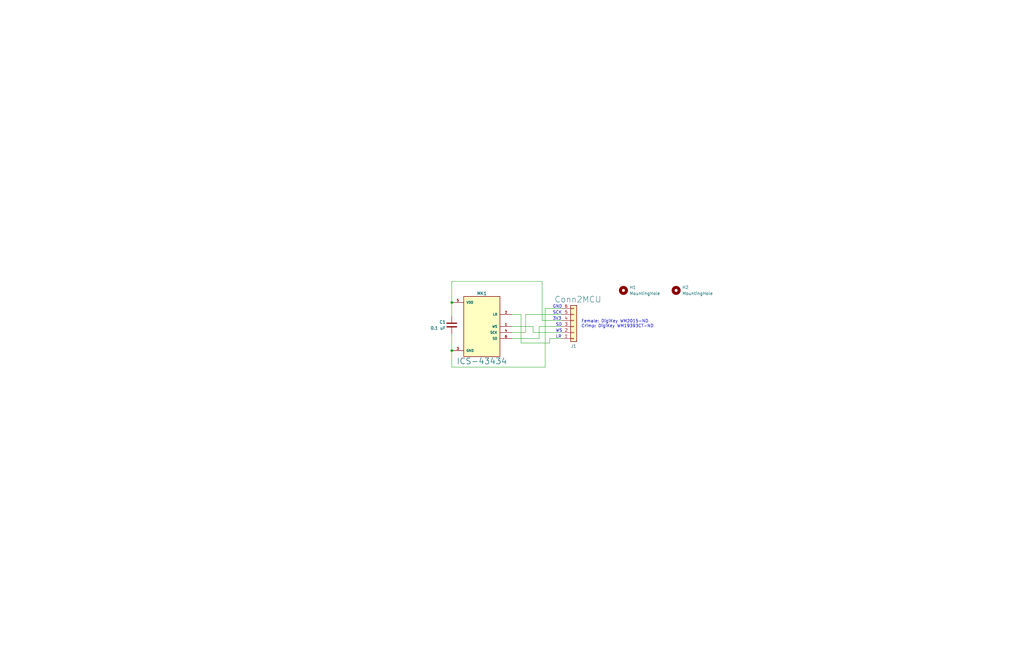
<source format=kicad_sch>
(kicad_sch (version 20230121) (generator eeschema)
  (paper "B")
  (title_block (title "Test sheet") (rev "0.1") (company "satomm@stanford.edu") (comment 1 "Department of Civil and Environmental Engineering") (comment 2 "Engineering Informatics Group") (comment 3 "Stanford University") (comment 4 "Matthew Sato"))
  (lib_symbols
    (symbol "Connector_Generic:Conn_01x06" (pin_names (offset 1.016) hide)
      (property "Reference" "J" (at 0 7.62 0))
      (property "Value" "Conn_01x06" (at 0 -10.16 0))
      (symbol "Conn_01x06_1_1"
        (rectangle (start -1.27 -7.493) (end 0 -7.747) (stroke (width 0.1524)))
        (rectangle (start -1.27 -4.953) (end 0 -5.207) (stroke (width 0.1524)))
        (rectangle (start -1.27 -2.413) (end 0 -2.667) (stroke (width 0.1524)))
        (rectangle (start -1.27 0.127) (end 0 -0.127) (stroke (width 0.1524)))
        (rectangle (start -1.27 2.667) (end 0 2.413) (stroke (width 0.1524)))
        (rectangle (start -1.27 5.207) (end 0 4.953) (stroke (width 0.1524)))
        (rectangle (start -1.27 6.35) (end 1.27 -8.89) (stroke (width 0.254)) (fill (type background)))
        (pin passive line (at -5.08 5.08 0) (length 3.81) (name "Pin_1") (number "1"))
        (pin passive line (at -5.08 2.54 0) (length 3.81) (name "Pin_2") (number "2"))
        (pin passive line (at -5.08 0 0) (length 3.81) (name "Pin_3") (number "3"))
        (pin passive line (at -5.08 -2.54 0) (length 3.81) (name "Pin_4") (number "4"))
        (pin passive line (at -5.08 -5.08 0) (length 3.81) (name "Pin_5") (number "5"))
        (pin passive line (at -5.08 -7.62 0) (length 3.81) (name "Pin_6") (number "6"))
      )
    )
    (symbol "Device:C" (pin_numbers hide) (pin_names (offset 0.254))
      (property "Reference" "C" (at 0.635 2.54 0))
      (property "Value" "C" (at 0.635 -2.54 0))
      (symbol "C_0_1"
        (polyline (pts (xy -2.032 -0.762) (xy 2.032 -0.762)) (stroke (width 0.508)))
        (polyline (pts (xy -2.032 0.762) (xy 2.032 0.762)) (stroke (width 0.508)))
      )
      (symbol "C_1_1"
        (pin passive line (at 0 3.81 270) (length 2.794) (name "~") (number "1"))
        (pin passive line (at 0 -3.81 90) (length 2.794) (name "~") (number "2"))
      )
    )
    (symbol "Matts_Library:ICS-43434" (pin_names (offset 1.016))
      (property "Reference" "MK" (at -7.6616 12.7693 0))
      (property "Value" "ICS-43434" (at -5.08 -14.605 0))
      (symbol "ICS-43434_0_0"
        (rectangle (start -7.62 12.7) (end 7.62 -12.7) (stroke (width 0.254)) (fill (type background)))
        (pin input line (at -12.7 0 0) (length 5.08) (name "WS") (number "1"))
        (pin input line (at -12.7 5.08 0) (length 5.08) (name "LR") (number "2"))
        (pin power_in line (at 12.7 -10.16 180) (length 5.08) (name "GND") (number "3"))
        (pin input line (at -12.7 -2.54 0) (length 5.08) (name "SCK") (number "4"))
        (pin power_in line (at 12.7 10.16 180) (length 5.08) (name "VDD") (number "5"))
        (pin output line (at -12.7 -5.08 0) (length 5.08) (name "SD") (number "6"))
      )
    )
    (symbol "Mechanical:MountingHole" (pin_names (offset 1.016))
      (property "Reference" "H" (at 0 5.08 0))
      (property "Value" "MountingHole" (at 0 3.175 0))
      (symbol "MountingHole_0_1"
        (circle (center 0 0) (radius 1.27) (stroke (width 1.27)))
      )
    )
  )
  (junction (at 190.5 147.955))
  (junction (at 190.5 127.635))
  (wire (pts (xy 231.775 144.78) (xy 231.775 142.875)))
  (wire (pts (xy 227.33 137.795) (xy 236.855 137.795)))
  (wire (pts (xy 190.5 118.745) (xy 190.5 127.635)))
  (wire (pts (xy 190.5 140.97) (xy 190.5 147.955)))
  (wire (pts (xy 227.33 142.875) (xy 227.33 137.795)))
  (wire (pts (xy 228.6 118.745) (xy 228.6 135.255)))
  (wire (pts (xy 219.71 132.715) (xy 219.71 144.78)))
  (wire (pts (xy 219.71 144.78) (xy 231.775 144.78)))
  (wire (pts (xy 229.87 130.175) (xy 229.87 154.94)))
  (wire (pts (xy 215.9 142.875) (xy 227.33 142.875)))
  (wire (pts (xy 231.775 142.875) (xy 236.855 142.875)))
  (wire (pts (xy 219.71 132.715) (xy 215.9 132.715)))
  (wire (pts (xy 215.9 137.795) (xy 224.79 137.795)))
  (wire (pts (xy 221.615 132.715) (xy 221.615 140.335)))
  (wire (pts (xy 215.9 140.335) (xy 221.615 140.335)))
  (wire (pts (xy 236.855 132.715) (xy 221.615 132.715)))
  (wire (pts (xy 190.5 154.94) (xy 229.87 154.94)))
  (wire (pts (xy 228.6 135.255) (xy 236.855 135.255)))
  (wire (pts (xy 224.79 137.795) (xy 224.79 140.335)))
  (wire (pts (xy 190.5 127.635) (xy 190.5 133.35)))
  (wire (pts (xy 190.5 147.955) (xy 190.5 154.94)))
  (wire (pts (xy 224.79 140.335) (xy 236.855 140.335)))
  (wire (pts (xy 229.87 130.175) (xy 236.855 130.175)))
  (wire (pts (xy 190.5 118.745) (xy 228.6 118.745)))
  (text "GND" (at 233.045 130.175 0) (effects (font (size 1.27 1.27)) (justify left bottom)))
  (text "LR" (at 234.315 142.875 0) (effects (font (size 1.27 1.27)) (justify left bottom)))
  (text "SD" (at 234.315 137.795 0) (effects (font (size 1.27 1.27)) (justify left bottom)))
  (text "Female: DigiKey WM2015-ND\nCrimp: DigiKey WM19393CT-ND" (at 245.11 138.43 0) (effects (font (size 1.27 1.27)) (justify left bottom)))
  (text "3V3" (at 233.045 135.255 0) (effects (font (size 1.27 1.27)) (justify left bottom)))
  (text "WS" (at 234.315 140.335 0) (effects (font (size 1.27 1.27)) (justify left bottom)))
  (text "SCK" (at 233.045 132.715 0) (effects (font (size 1.27 1.27)) (justify left bottom)))
  (symbol (lib_id "Device:C") (at 190.5 137.16 0) (mirror y) (unit 1)
    (property "Reference" "C1" (at 187.96 135.89 0) (effects (justify left)))
    (property "Value" "0.1 uF" (at 187.96 138.43 0) (effects (justify left)))
    (property "Footprint" "Capacitor_SMD:C_0805_2012Metric_Pad1.18x1.45mm_HandSolder" (effects hide))
    (property "Description" "0.1 µF ±10% 50V Ceramic Capacitor X7R 0805 (2012 Metric)" (effects hide))
    (property "Mfr" "Samsung Electro-Mechanics" (effects hide))
    (property "Mfr P/N" "CL21B104KBCNNNC" (effects hide))
    (property "Supplier 1" "DigiKey" (effects hide))
    (property "Supplier 1 P/N" "1276-1003-1-ND" (effects hide))
  )
  (symbol (lib_id "Matts_Library:ICS-43434") (at 203.2 137.795 0) (mirror y) (unit 1)
    (property "Reference" "MK1" (at 203.2 123.825 0))
    (property "Value" "ICS-43434" (at 203.2 152.4 0) (effects (font (size 2.5 2.5))))
    (property "Footprint" "Library:MIC_ICS-43434" (effects hide))
    (property "Datasheet" "https://invensense.tdk.com/download-pdf/ics-43434-datasheet/" (effects hide))
    (property "MF" "TDK-InvenSense" (effects hide))
    (property "DESCRIPTION" "Multi-Mode Microphone with I2S Digital Output" (effects hide))
    (property "PACKAGE" "LGA-6 TDK-InvenSense" (effects hide))
    (property "PRICE" "2.43 USD" (effects hide))
    (property "MP" "ICS-43434" (effects hide))
    (property "AVAILABILITY" "Bad" (effects hide))
    (property "Mfr" "TDK InvenSense" (effects hide))
    (property "Mfr P/N" "ICS-43434" (effects hide))
    (property "Supplier 1" "DigiKey" (effects hide))
    (property "Supplier 1 P/N" "1428-1066-1-ND" (effects hide))
  )
  (symbol (lib_id "Mechanical:MountingHole") (at 262.89 122.555 0) (unit 1)
    (property "Reference" "H1" (at 265.43 121.285 0) (effects (justify left)))
    (property "Value" "MountingHole" (at 265.43 123.825 0) (effects (justify left)))
    (property "Footprint" "MountingHole:MountingHole_3.2mm_M3" (effects hide))
  )
  (symbol (lib_id "Connector_Generic:Conn_01x06") (at 241.935 137.795 0) (mirror x) (unit 1)
    (property "Reference" "J1" (at 240.665 146.05 0) (effects (justify left)))
    (property "Value" "Conn2MCU" (at 233.68 126.365 0) (effects (font (size 2.5 2.5)) (justify left)))
    (property "Footprint" "custom_footprints:CONN_22-05-3061_MOL" (effects hide))
    (property "Datasheet" "https://www.molex.com/pdm_docs/sd/022053061_sd.pdf" (effects hide))
    (property "Description" "CONN HEADER R/A 6POS 2.54MM" (effects hide))
    (property "Mfr" "Molex" (effects hide))
    (property "Mfr P/N" "0022053061" (effects hide))
    (property "Supplier 1" "DigiKey" (effects hide))
    (property "Supplier 1 P/N" "WM4304-ND" (effects hide))
  )
  (symbol (lib_id "Mechanical:MountingHole") (at 285.115 122.555 0) (unit 1)
    (property "Reference" "H2" (at 287.655 121.285 0) (effects (justify left)))
    (property "Value" "MountingHole" (at 287.655 123.825 0) (effects (justify left)))
    (property "Footprint" "MountingHole:MountingHole_3.2mm_M3" (effects hide))
  )
)
</source>
